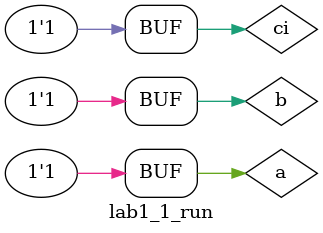
<source format=v>
`timescale 1ns / 1ps


module lab1_1_run;

	// Inputs
	reg a;
	reg b;
	reg ci;

	// Outputs
	wire s;
	wire co;

	// Instantiate the Unit Under Test (UUT)
	lab1_1_fulladder uut (
		.a(a), 
		.b(b), 
		.ci(ci), 
		.s(s), 
		.co(co)
	);

	initial begin
		// Initialize Inputs
		a = 0;
		b = 0;
		ci = 0;

		// Wait 100 ns for global reset to finish
		#100;
		#100 a=0;b=0;ci=0;
		#100 a=0;b=0;ci=1;
		#100 a=0;b=1;ci=0;
		#100 a=0;b=1;ci=1;
		#100 a=1;b=0;ci=0;
		#100 a=1;b=0;ci=1;
		#100 a=1;b=1;ci=0;
		#100 a=1;b=1;ci=1;
		// Add stimulus here

	end
      
endmodule


</source>
